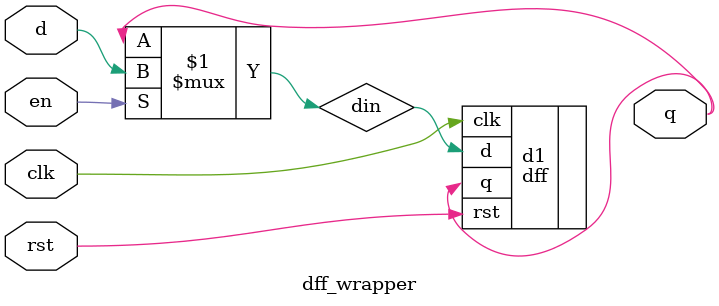
<source format=v>
module dff_wrapper (q, d, en, clk, rst);

	output         q;
	input          d;
	input          clk;
	input          rst;
	input	       en;

	wire din;

	assign din = (en) ? d : q;

	dff d1 (.q(q),.d(din),.clk(clk),.rst(rst));

endmodule
// DUMMY LINE FOR REV CONTROL :0:

</source>
